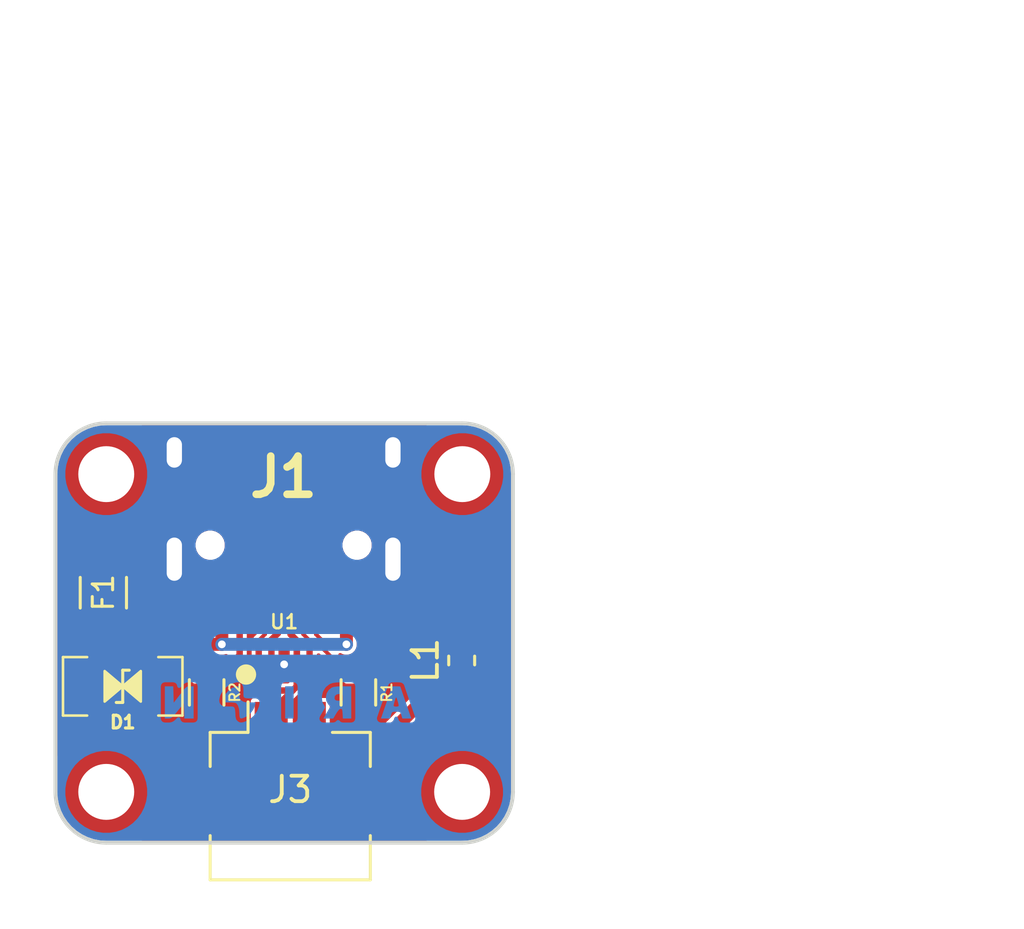
<source format=kicad_pcb>
(kicad_pcb (version 20241229) (generator "pcbnew") (generator_version "9.0")
  (title_block (title "Unified Daughterboard") (date "2020-03-22") (rev "C3") (company "Designed by the keyboard community"))
  (layers (0 "F.Cu" signal) (2 "B.Cu" signal) (13 "F.Paste" user) (15 "B.Paste" user) (5 "F.SilkS" user "F.Silkscreen") (7 "B.SilkS" user "B.Silkscreen") (1 "F.Mask" user) (3 "B.Mask" user) (25 "Edge.Cuts" user))
  (net 0 "")
  (net 1 "GND")
  (net 2 "VCC")
  (net 3 "GNDPWR")
  (net 6 "DA+")
  (net 7 "Net-(J1-CC1)")
  (net 8 "Net-(J1-CC2)")
  (net 9 "DA-")
  (net 10 "VBUS")
  (footprint "Fuse:Fuse_1206_3216Metric" (layer "F.Cu") (at 67.8905 63.207 -90)
    (property "Reference" "F1" (hide yes))
    (property "Value" "ASMD1206-150")
    (fp_line (start -0.602064 0.91) (end 0.602064 0.91) (stroke (width 0.12)) (layer "F.SilkS"))
    (fp_line (start -0.602064 -0.91) (end 0.602064 -0.91) (stroke (width 0.12)) (layer "F.SilkS"))
    (fp_text user "${REFERENCE}" (at 0 0 90) (layer "F.SilkS") (effects (font (size 0.8 0.8) (thickness 0.12))))
    (pad "1" smd roundrect (at -1.4 0 270) (size 1.25 1.75) (layers "F.Cu" "F.Mask" "F.Paste") (roundrect_rratio 0.2) (net 10 "VBUS"))
    (pad "2" smd roundrect (at 1.4 0 270) (size 1.25 1.75) (layers "F.Cu" "F.Mask" "F.Paste") (roundrect_rratio 0.2) (net 2 "VCC"))
  )
  (footprint "LOGO" (layer "F.Cu") (at 75.075834 67.506312)
    (property "Reference" "G***" (hide yes))
    (property "Value" "LOGO" (hide yes))
    (fp_poly (pts (xy 0.3 0.016688) (xy 0.3 0.650853) (xy 0.133333 0.650853) (xy -0.033334 0.650853) (xy -0.033334 0.016688) (xy -0.033334 -0.617478) (xy 0.133333 -0.617478) (xy 0.3 -0.617478)) (fill yes) (layer "B.Cu"))
    (fp_poly (pts (xy -4.426208 -0.294694) (xy -4.416667 0.02809) (xy -4.167453 -0.294694) (xy -4.062343 -0.42981) (xy -3.987203 -0.520726) (xy -3.931411 -0.576197) (xy -3.884344 -0.604976) (xy -3.83538 -0.615819) (xy -3.775787 -0.617478) (xy -3.633334 -0.617478) (xy -3.633334 0.016688) (xy -3.633334 0.650853) (xy -3.815416 0.650853) (xy -3.997499 0.650853) (xy -4.007083 0.351181) (xy -4.016667 0.05151) (xy -4.260078 0.351181) (xy -4.366041 0.480098) (xy -4.441804 0.565547) (xy -4.498507 0.616432) (xy -4.54729 0.641654) (xy -4.599294 0.650116) (xy -4.635078 0.650853) (xy -4.766667 0.650853) (xy -4.766667 0.016688) (xy -4.766667 -0.617478) (xy -4.601208 -0.617478) (xy -4.435748 -0.617478)) (fill yes) (layer "B.Cu"))
    (fp_poly (pts (xy 2.566666 0.016688) (xy 2.566666 0.650853) (xy 2.401663 0.650853) (xy 2.23666 0.650853) (xy 2.226663 0.458935) (xy 2.217841 0.349209) (xy 2.202053 0.291008) (xy 2.173348 0.26911) (xy 2.151642 0.267016) (xy 2.091489 0.297717) (xy 2.015753 0.390752) (xy 1.972903 0.458935) (xy 1.859189 0.650853) (xy 1.665482 0.650853) (xy 1.471775 0.650853) (xy 1.606315 0.418163) (xy 1.740856 0.185474) (xy 1.653761 0.081831) (xy 1.58437 -0.048308) (xy 1.573747 -0.144259) (xy 1.91002 -0.144259) (xy 1.917066 -0.11556) (xy 1.945308 -0.072881) (xy 2.006528 -0.053582) (xy 2.085579 -0.050066) (xy 2.233333 -0.050066) (xy 2.233333 -0.183575) (xy 2.230105 -0.269031) (xy 2.207703 -0.307004) (xy 2.147051 -0.316763) (xy 2.101172 -0.317084) (xy 1.988051 -0.295225) (xy 1.921907 -0.23496) (xy 1.91002 -0.144259) (xy 1.573747 -0.144259) (xy 1.568051 -0.195713) (xy 1.600945 -0.342916) (xy 1.679191 -0.472451) (xy 1.79687 -0.565792) (xy 1.882371 -0.594237) (xy 2.01174 -0.611018) (xy 2.19522 -0.617352) (xy 2.231678 -0.617478) (xy 2.566666 -0.617478)) (fill yes) (layer "B.Cu"))
    (fp_poly (pts (xy -1.868888 -0.612792) (xy -1.847112 -0.589378) (xy -1.836693 -0.533198) (xy -1.833507 -0.430216) (xy -1.833334 -0.369572) (xy -1.831319 -0.239582) (xy -1.821845 -0.157731) (xy -1.799767 -0.105442) (xy -1.759939 -0.064142) (xy -1.745505 -0.052489) (xy -1.679107 -0.012749) (xy -1.593942 0.008699) (xy -1.469106 0.016385) (xy -1.42619 0.016688) (xy -1.194703 0.016688) (xy -1.216462 0.125163) (xy -1.27761 0.285019) (xy -1.386017 0.434967) (xy -1.523627 0.551721) (xy -1.565843 0.575755) (xy -1.690765 0.633825) (xy -1.769619 0.651411) (xy -1.812744 0.623612) (xy -1.830477 0.545526) (xy -1.833334 0.448933) (xy -1.847801 0.278672) (xy -1.888303 0.144358) (xy -1.950489 0.057808) (xy -1.984827 0.037421) (xy -2.045272 0.026531) (xy -2.148324 0.019022) (xy -2.252727 0.016688) (xy -2.368197 0.015457) (xy -2.432192 0.007336) (xy -2.459904 -0.014323) (xy -2.466522 -0.056166) (xy -2.466667 -0.076909) (xy -2.439312 -0.197114) (xy -2.36699 -0.327115) (xy -2.264313 -0.446759) (xy -2.145895 -0.535892) (xy -2.12659 -0.545914) (xy -2.023895 -0.588659) (xy -1.934409 -0.614244) (xy -1.906143 -0.617478)) (fill yes) (layer "B.Cu"))
    (fp_poly (pts (xy 4.428441 -0.6152) (xy 4.488783 -0.609377) (xy 4.5 -0.604826) (xy 4.510433 -0.570886) (xy 4.539519 -0.48368) (xy 4.58394 -0.352969) (xy 4.640375 -0.188511) (xy 4.705505 -0.000066) (xy 4.715705 0.02934) (xy 4.931411 0.650853) (xy 4.754315 0.650853) (xy 4.577219 0.650853) (xy 4.537271 0.517345) (xy 4.510247 0.437802) (xy 4.477205 0.398484) (xy 4.416493 0.385218) (xy 4.333333 0.383836) (xy 4.234843 0.386461) (xy 4.181366 0.403783) (xy 4.151249 0.449979) (xy 4.129395 0.517345) (xy 4.089447 0.650853) (xy 3.912114 0.650853) (xy 3.734782 0.650853) (xy 3.908046 0.150675) (xy 4.233333 0.150675) (xy 4.262301 0.173775) (xy 4.332095 0.183571) (xy 4.333333 0.183573) (xy 4.403548 0.174044) (xy 4.433325 0.151083) (xy 4.433333 0.150675) (xy 4.424744 0.091115) (xy 4.403561 0.004925) (xy 4.376662 -0.084909) (xy 4.350922 -0.155403) (xy 4.333333 -0.183575) (xy 4.315514 -0.154866) (xy 4.289728 -0.084064) (xy 4.262851 0.005848) (xy 4.241761 0.091884) (xy 4.233333 0.150675) (xy 3.908046 0.150675) (xy 3.950724 0.027473) (xy 4.016827 -0.163872) (xy 4.074752 -0.332539) (xy 4.121193 -0.468819) (xy 4.152844 -0.563002) (xy 4.166398 -0.605378) (xy 4.166666 -0.606692) (xy 4.19667 -0.612847) (xy 4.273379 -0.616752) (xy 4.333333 -0.617478)) (fill yes) (layer "B.Cu"))
  )
  (footprint "random-keyboard-parts:Generic-Mounthole" (layer "F.Cu") (at 68.0045 58.543)
    (property "Reference" "MH1")
    (property "Value" "Mount-M2" (hide yes))
    (pad "" np_thru_hole circle (at 0 0) (size 3.500001 3.500001) (drill 2.2) (layers "F.Cu" "F.Mask") (clearance 0.508))
  )
  (footprint "random-keyboard-parts:Generic-Mounthole" (layer "F.Cu") (at 82.0045 71.043)
    (property "Reference" "MH4" (hide yes))
    (property "Value" "Mount-M2" (hide yes))
    (pad "" np_thru_hole circle (at 0 0) (size 3.500001 3.500001) (drill 2.2) (layers "F.Cu" "F.Mask") (clearance 0.508))
  )
  (footprint "random-keyboard-parts:Generic-Mounthole" (layer "F.Cu") (at 82.0125 58.543)
    (property "Reference" "MH1")
    (property "Value" "Mount-M2" (hide yes))
    (pad "" np_thru_hole circle (at 0 0) (size 3.500001 3.500001) (drill 2.2) (layers "F.Cu" "F.Mask") (clearance 0.508))
  )
  (footprint "acheron_Connectors:TYPE-C-31-M-12" (layer "F.Cu") (at 74.9825 63.388 180)
    (property "Reference" "J1" (hide yes))
    (property "Value" "J1")
    (pad "" np_thru_hole circle (at -2.89 2.051 180) (size 0.65 0.65) (drill 0.65) (layers "*.Cu" "*.Mask"))
    (pad "" np_thru_hole circle (at 2.89 2.051 180) (size 0.65 0.65) (drill 0.65) (layers "*.Cu" "*.Mask"))
    (pad "A1" smd roundrect (at -3.25 1.275 180) (size 0.6 1.45) (drill (offset 0 -0.55)) (layers "F.Cu" "F.Mask" "F.Paste") (net 3 "GNDPWR"))
    (pad "A4" smd roundrect (at -2.45 1.275 180) (size 0.6 1.45) (drill (offset 0 -0.55)) (layers "F.Cu" "F.Mask" "F.Paste") (net 10 "VBUS"))
    (pad "A5" smd roundrect (at -1.25 1.275 180) (size 0.3 1.45) (drill (offset 0 -0.55)) (layers "F.Cu" "F.Mask" "F.Paste") (net 7 "Net-(J1-CC1)"))
    (pad "A6" smd roundrect (at -0.254 1.275 180) (size 0.3 1.45) (drill (offset 0 -0.55)) (layers "F.Cu" "F.Mask" "F.Paste") (net 6 "DA+"))
    (pad "A7" smd roundrect (at 0.25 1.275 180) (size 0.3 1.45) (drill (offset 0 -0.55)) (layers "F.Cu" "F.Mask" "F.Paste") (net 9 "DA-"))
    (pad "A8" smd roundrect (at 1.25 1.275 180) (size 0.3 1.45) (drill (offset 0 -0.55)) (layers "F.Cu" "F.Mask" "F.Paste"))
    (pad "B1" smd roundrect (at 3.25 1.275 180) (size 0.6 1.45) (drill (offset 0 -0.55)) (layers "F.Cu" "F.Mask" "F.Paste") (net 3 "GNDPWR"))
    (pad "B4" smd roundrect (at 2.45 1.275 180) (size 0.6 1.45) (drill (offset 0 -0.55)) (layers "F.Cu" "F.Mask" "F.Paste") (net 10 "VBUS"))
    (pad "B5" smd roundrect (at 1.75 1.275 180) (size 0.3 1.45) (drill (offset 0 -0.55)) (layers "F.Cu" "F.Mask" "F.Paste") (net 8 "Net-(J1-CC2)"))
    (pad "B6" smd roundrect (at 0.75 1.275 180) (size 0.3 1.45) (drill (offset 0 -0.55)) (layers "F.Cu" "F.Mask" "F.Paste") (net 6 "DA+"))
    (pad "B7" smd roundrect (at -0.75 1.275 180) (size 0.3 1.45) (drill (offset 0 -0.55)) (layers "F.Cu" "F.Mask" "F.Paste") (net 9 "DA-"))
    (pad "B8" smd roundrect (at -1.75 1.275 180) (size 0.3 1.45) (drill (offset 0 -0.55)) (layers "F.Cu" "F.Mask" "F.Paste"))
    (pad "S" thru_hole oval (at -4.3 1.5 180) (size 1.1 2.2) (drill oval 0.6 1.7) (layers "*.Cu" "*.Mask") (net 3 "GNDPWR"))
    (pad "S" thru_hole oval (at -4.3 5.7 180) (size 1.3 1.9) (drill oval 0.6 1.2) (layers "*.Cu" "*.Mask") (net 3 "GNDPWR"))
    (pad "S" thru_hole oval (at 4.3 1.5 180) (size 1.1 2.2) (drill oval 0.6 1.7) (layers "*.Cu" "*.Mask") (net 3 "GNDPWR"))
    (pad "S" thru_hole oval (at 4.3 5.7 180) (size 1.3 1.9) (drill oval 0.6 1.2) (layers "*.Cu" "*.Mask") (net 3 "GNDPWR"))
  )
  (footprint "Resistors_SMD:R_0603" (layer "F.Cu") (at 71.9545 67.129 -90)
    (property "Reference" "R2" (hide yes))
    (property "Value" "5.1k")
    (fp_line (start 0.5 0.68) (end -0.5 0.68) (stroke (width 0.12)) (layer "F.SilkS"))
    (fp_line (start -0.5 -0.68) (end 0.5 -0.68) (stroke (width 0.12)) (layer "F.SilkS"))
    (fp_text user "${REFERENCE}" (at 0 -1.108 270) (layer "F.SilkS") (effects (font (size 0.4 0.4) (thickness 0.075))))
    (pad "1" smd rect (at -0.75 0 270) (size 0.5 0.9) (layers "F.Cu" "F.Mask" "F.Paste") (net 8 "Net-(J1-CC2)"))
    (pad "2" smd rect (at 0.75 0 270) (size 0.5 0.9) (layers "F.Cu" "F.Mask" "F.Paste") (net 3 "GNDPWR"))
  )
  (footprint "LOGO" (layer "F.Cu") (at 75.0425 67.523)
    (property "Reference" "G***" (hide yes))
    (property "Value" "LOGO" (hide yes))
  )
  (footprint "acheron_Components:D_SOD-123_Bidirectional" (layer "F.Cu") (at 68.6525 66.89 180)
    (property "Reference" "D1" (hide yes))
    (property "Value" "SMF9.0CA")
    (fp_line (start 2.35 1.15) (end 1.4 1.15) (stroke (width 0.1016)) (layer "F.SilkS"))
    (fp_line (start 2.35 -1.15) (end 2.35 1.15) (stroke (width 0.1016)) (layer "F.SilkS"))
    (fp_line (start 2.35 -1.15) (end 1.4 -1.15) (stroke (width 0.1016)) (layer "F.SilkS"))
    (fp_line (start 0 0.635) (end 0 -0.635) (stroke (width 0.12)) (layer "F.SilkS"))
    (fp_line (start 0 0.635) (end -0.254 0.635) (stroke (width 0.12)) (layer "F.SilkS"))
    (fp_line (start 0 -0.635) (end 0.254 -0.635) (stroke (width 0.12)) (layer "F.SilkS"))
    (fp_line (start -2.35 1.15) (end -1.4 1.15) (stroke (width 0.1016)) (layer "F.SilkS"))
    (fp_line (start -2.35 1.15) (end -2.35 -1.15) (stroke (width 0.1016)) (layer "F.SilkS"))
    (fp_line (start -2.35 -1.15) (end -1.4 -1.15) (stroke (width 0.1016)) (layer "F.SilkS"))
    (fp_poly (pts (xy 0 0) (xy 0.711 -0.6) (xy 0.711 0.6)) (stroke (width 0.1)) (fill yes) (layer "F.SilkS"))
    (fp_poly (pts (xy 0 0) (xy -0.711 0.6) (xy -0.711 -0.6)) (stroke (width 0.1)) (fill yes) (layer "F.SilkS"))
    (fp_text user "${REFERENCE}" (at 0 -1.413 0) (layer "F.SilkS") (effects (font (size 0.5 0.5) (thickness 0.125))))
    (pad "1" smd roundrect (at -1.65 0 180) (size 1 1.2) (layers "F.Cu" "F.Mask" "F.Paste") (net 3 "GNDPWR"))
    (pad "2" smd roundrect (at 1.65 0 180) (size 1 1.2) (layers "F.Cu" "F.Mask" "F.Paste") (net 2 "VCC"))
  )
  (footprint "Inductor_SMD:L_0603_1608Metric_Pad1.05x0.95mm_HandSolder" (layer "F.Cu") (at 81.9875 65.874 90)
    (property "Reference" "L1" (at 0 -1.43 90) (layer "F.SilkS"))
    (property "Value" "60R@100MHz")
    (fp_line (start -0.171267 -0.51) (end 0.171267 -0.51) (stroke (width 0.12)) (layer "F.SilkS"))
    (fp_line (start -0.171267 0.51) (end 0.171267 0.51) (stroke (width 0.12)) (layer "F.SilkS"))
    (pad "1" smd roundrect (at -0.875 0 90) (size 1.05 0.95) (layers "F.Cu" "F.Mask" "F.Paste") (net 1 "GND"))
    (pad "2" smd roundrect (at 0.875 0 90) (size 1.05 0.95) (layers "F.Cu" "F.Mask" "F.Paste") (net 3 "GNDPWR"))
  )
  (footprint "acheron_Components:USON-10_2.5x1.0mm_P0.5mm" (layer "F.Cu") (at 75.0025 66.0264 90)
    (property "Reference" "U1" (hide yes))
    (property "Value" "TPD4E05U06DQAR")
    (fp_circle (center -0.4 -1.5) (end -0.4 -1.5) (stroke (width 0.4)) (fill no) (layer "F.SilkS"))
    (fp_text user "${REFERENCE}" (at 1.6734 0 180) (layer "F.SilkS") (effects (font (size 0.55 0.55) (thickness 0.1))))
    (pad "1" smd roundrect (at -0.385 -1) (size 0.25 0.55) (layers "F.Cu" "F.Mask" "F.Paste") (roundrect_rratio 0.5) (net 6 "DA+"))
    (pad "2" smd rect (at -0.385 -0.5) (size 0.25 0.55) (layers "F.Cu" "F.Mask" "F.Paste") (net 9 "DA-"))
    (pad "3" smd rect (at -0.385 0) (size 0.3 0.55) (layers "F.Cu" "F.Mask" "F.Paste") (net 3 "GNDPWR"))
    (pad "4" smd rect (at -0.385 0.5) (size 0.25 0.55) (layers "F.Cu" "F.Mask" "F.Paste") (net 6 "DA+"))
    (pad "5" smd rect (at -0.385 1) (size 0.25 0.55) (layers "F.Cu" "F.Mask" "F.Paste") (net 9 "DA-"))
    (pad "6" smd rect (at 0.385 1) (size 0.25 0.55) (layers "F.Cu" "F.Mask" "F.Paste") (net 9 "DA-"))
    (pad "7" smd rect (at 0.385 0.5) (size 0.25 0.55) (layers "F.Cu" "F.Mask" "F.Paste") (net 6 "DA+"))
    (pad "8" smd rect (at 0.385 0) (size 0.3 0.55) (layers "F.Cu" "F.Mask" "F.Paste") (net 3 "GNDPWR"))
    (pad "9" smd rect (at 0.385 -0.5) (size 0.25 0.55) (layers "F.Cu" "F.Mask" "F.Paste") (net 9 "DA-"))
    (pad "10" smd rect (at 0.385 -1) (size 0.25 0.55) (layers "F.Cu" "F.Mask" "F.Paste") (net 6 "DA+"))
  )
  (footprint "Resistors_SMD:R_0603" (layer "F.Cu") (at 77.9235 67.129 -90)
    (property "Reference" "R1" (hide yes))
    (property "Value" "5.1k")
    (fp_line (start 0.5 0.68) (end -0.5 0.68) (stroke (width 0.12)) (layer "F.SilkS"))
    (fp_line (start -0.5 -0.68) (end 0.5 -0.68) (stroke (width 0.12)) (layer "F.SilkS"))
    (fp_text user "${REFERENCE}" (at 0 -1.119 270) (layer "F.SilkS") (effects (font (size 0.4 0.4) (thickness 0.075))))
    (pad "1" smd rect (at -0.75 0 270) (size 0.5 0.9) (layers "F.Cu" "F.Mask" "F.Paste") (net 7 "Net-(J1-CC1)"))
    (pad "2" smd rect (at 0.75 0 270) (size 0.5 0.9) (layers "F.Cu" "F.Mask" "F.Paste") (net 3 "GNDPWR"))
  )
  (footprint "random-keyboard-parts:Generic-Mounthole" (layer "F.Cu") (at 68.0045 71.043)
    (property "Reference" "MH3" (hide yes))
    (property "Value" "Mount-M2" (hide yes))
    (pad "" np_thru_hole circle (at 0 0) (size 3.500001 3.500001) (drill 2.2) (layers "F.Cu" "F.Mask") (clearance 0.508))
  )
  (footprint "Connector_FFC-FPC:Hirose_FH12-6S-0.5SH_1x06-1MP_P0.50mm_Horizontal" (layer "F.Cu") (at 75.2425 70.003)
    (property "Reference" "J3" (hide yes))
    (property "Value" "Conn_01x06_Pin")
    (fp_line (start -3.15 -1.3) (end -3.15 0.04) (stroke (width 0.12)) (layer "F.SilkS"))
    (fp_line (start -3.15 2.76) (end -3.15 4.5) (stroke (width 0.12)) (layer "F.SilkS"))
    (fp_line (start -3.15 4.5) (end 3.15 4.5) (stroke (width 0.12)) (layer "F.SilkS"))
    (fp_line (start -1.66 -1.3) (end -3.15 -1.3) (stroke (width 0.12)) (layer "F.SilkS"))
    (fp_line (start -1.66 -1.3) (end -1.66 -2.5) (stroke (width 0.12)) (layer "F.SilkS"))
    (fp_line (start 1.66 -1.3) (end 3.15 -1.3) (stroke (width 0.12)) (layer "F.SilkS"))
    (fp_line (start 3.15 -1.3) (end 3.15 0.04) (stroke (width 0.12)) (layer "F.SilkS"))
    (fp_line (start 3.15 4.5) (end 3.15 2.76) (stroke (width 0.12)) (layer "F.SilkS"))
    (fp_text user "${REFERENCE}" (at 0 0.95 0) (layer "F.SilkS"))
    (pad "1" smd rect (at -1.25 -1.85) (size 0.3 1.3) (layers "F.Cu" "F.Mask" "F.Paste"))
    (pad "2" smd rect (at -0.75 -1.85) (size 0.3 1.3) (layers "F.Cu" "F.Mask" "F.Paste") (net 2 "VCC"))
    (pad "3" smd rect (at -0.25 -1.85) (size 0.3 1.3) (layers "F.Cu" "F.Mask" "F.Paste") (net 6 "DA+"))
    (pad "4" smd rect (at 0.25 -1.85) (size 0.3 1.3) (layers "F.Cu" "F.Mask" "F.Paste") (net 9 "DA-"))
    (pad "5" smd rect (at 0.75 -1.85) (size 0.3 1.3) (layers "F.Cu" "F.Mask" "F.Paste") (net 1 "GND"))
    (pad "6" smd rect (at 1.25 -1.85) (size 0.3 1.3) (layers "F.Cu" "F.Mask" "F.Paste"))
    (pad "MP" smd rect (at -3.15 1.4) (size 1.8 2.2) (layers "F.Cu" "F.Mask" "F.Paste"))
    (pad "MP" smd rect (at 3.15 1.4) (size 1.8 2.2) (layers "F.Cu" "F.Mask" "F.Paste"))
  )
  (gr_line (start 68.0045 56.543) (end 82.0045 56.543) (stroke (width 0.15)) (layer "Edge.Cuts"))
  (gr_arc (start 66.0045 58.543) (mid 66.590286 57.128786) (end 68.0045 56.543) (stroke (width 0.15)) (layer "Edge.Cuts"))
  (gr_line (start 66.0045 71.043) (end 66.0045 58.543) (stroke (width 0.15)) (layer "Edge.Cuts"))
  (gr_line (start 82.0045 73.043) (end 68.0045 73.043) (stroke (width 0.15)) (layer "Edge.Cuts"))
  (gr_line (start 84.0045 58.543) (end 84.0045 71.043) (stroke (width 0.15)) (layer "Edge.Cuts"))
  (gr_arc (start 82.0045 56.543) (mid 83.418714 57.128786) (end 84.0045 58.543) (stroke (width 0.15)) (layer "Edge.Cuts"))
  (gr_arc (start 84.0045 71.043) (mid 83.418714 72.457214) (end 82.0045 73.043) (stroke (width 0.15)) (layer "Edge.Cuts"))
  (gr_arc (start 68.0045 73.043) (mid 66.590286 72.457214) (end 66.0045 71.043) (stroke (width 0.15)) (layer "Edge.Cuts"))
  (gr_text "J1" (at 73.4925 59.533 0) (layer "F.SilkS") (effects (font (size 1.5 1.5) (thickness 0.3) (bold yes)) (justify left bottom)))
  (segment (start 68.0045 71.043) (end 68.0045 70.95) (width 0.508) (layer "F.Cu") (net 0))
  (segment (start 78.4655 69.43) (end 81.1465 66.749) (width 0.508) (layer "F.Cu") (net 1))
  (segment (start 77.2885 69.43) (end 77.6525 69.43) (width 0.508) (layer "F.Cu") (net 1))
  (segment (start 75.9925 69.133) (end 76.2895 69.43) (width 0.254) (layer "F.Cu") (net 1))
  (segment (start 78.0125 69.43) (end 76.2895 69.43) (width 0.508) (layer "F.Cu") (net 1))
  (segment (start 77.6525 69.43) (end 78.4655 69.43) (width 0.508) (layer "F.Cu") (net 1))
  (segment (start 75.9925 68.153) (end 75.9925 69.133) (width 0.254) (layer "F.Cu") (net 1))
  (segment (start 76.2895 69.43) (end 76.1125 69.253) (width 0.508) (layer "F.Cu") (net 1))
  (segment (start 81.1465 66.749) (end 81.9875 66.749) (width 0.508) (layer "F.Cu") (net 1))
  (segment (start 77.6525 69.43) (end 78.0125 69.43) (width 0.508) (layer "F.Cu") (net 1))
  (segment (start 74.4925 68.153) (end 74.4925 68.943) (width 0.254) (layer "F.Cu") (net 2))
  (segment (start 67.1295 65.368) (end 67.8905 64.607) (width 0.508) (layer "F.Cu") (net 2))
  (segment (start 67.0025 65.495) (end 67.8905 64.607) (width 0.508) (layer "F.Cu") (net 2))
  (segment (start 67.0025 66.89) (end 67.0025 65.495) (width 0.508) (layer "F.Cu") (net 2))
  (segment (start 74.0225 69.413) (end 73.5025 69.413) (width 0.254) (layer "F.Cu") (net 2))
  (segment (start 67.0025 67.511) (end 67.707 68.2155) (width 0.508) (layer "F.Cu") (net 2))
  (segment (start 74.2325 69.203) (end 74.0225 69.413) (width 0.254) (layer "F.Cu") (net 2))
  (segment (start 70.4285 69.413) (end 74.0225 69.413) (width 0.508) (layer "F.Cu") (net 2))
  (segment (start 67.707 68.2155) (end 68.596 68.2155) (width 0.508) (layer "F.Cu") (net 2))
  (segment (start 67.0025 66.89) (end 67.0025 67.511) (width 0.508) (layer "F.Cu") (net 2))
  (segment (start 69.6505 68.635) (end 70.4285 69.413) (width 0.508) (layer "F.Cu") (net 2))
  (segment (start 69.231 68.2155) (end 69.6505 68.635) (width 0.508) (layer "F.Cu") (net 2))
  (segment (start 74.4925 68.943) (end 74.2325 69.203) (width 0.254) (layer "F.Cu") (net 2))
  (segment (start 68.596 68.2155) (end 69.231 68.2155) (width 0.508) (layer "F.Cu") (net 2))
  (segment (start 69.6505 68.635) (end 70.0645 69.049) (width 0.508) (layer "F.Cu") (net 2))
  (segment (start 68.074 68.2155) (end 68.596 68.2155) (width 0.508) (layer "F.Cu") (net 2))
  (via (at 75.0025 66.0264) (size 0.45) (drill 0.3048) (layers "F.Cu" "B.Cu") (net 3))
  (segment (start 74.9925 68.153) (end 74.9925 67.4) (width 0.254) (layer "F.Cu") (net 6))
  (segment (start 74.2525 62.133) (end 74.2325 62.113) (width 0.1524) (layer "F.Cu") (net 6))
  (segment (start 75.5025 65.088828) (end 75.2565 64.842828) (width 0.254) (layer "F.Cu") (net 6))
  (segment (start 75.5025 66.89) (end 75.5025 66.4114) (width 0.254) (layer "F.Cu") (net 6))
  (segment (start 74.0025 65.088828) (end 74.2525 64.838828) (width 0.1524) (layer "F.Cu") (net 6))
  (segment (start 74.2525 64.838828) (end 74.2525 62.133) (width 0.1524) (layer "F.Cu") (net 6))
  (segment (start 74.0025 66.4114) (end 74.0025 65.088828) (width 0.1524) (layer "F.Cu") (net 6))
  (segment (start 74.9925 67.4) (end 75.336 67.0565) (width 0.254) (layer "F.Cu") (net 6))
  (segment (start 74.356 67.0565) (end 75.336 67.0565) (width 0.254) (layer "F.Cu") (net 6))
  (segment (start 75.336 67.0565) (end 75.5025 66.89) (width 0.254) (layer "F.Cu") (net 6))
  (segment (start 75.2565 62.133) (end 75.2365 62.113) (width 0.254) (layer "F.Cu") (net 6))
  (segment (start 74.0025 66.4114) (end 74.0025 66.703) (width 0.254) (layer "F.Cu") (net 6))
  (segment (start 74.0025 66.703) (end 74.356 67.0565) (width 0.254) (layer "F.Cu") (net 6))
  (segment (start 75.5025 66.4114) (end 75.5025 65.088828) (width 0.1524) (layer "F.Cu") (net 6))
  (segment (start 75.5025 66.89) (end 75.5025 65.6414) (width 0.254) (layer "F.Cu") (net 6))
  (segment (start 75.5025 66.89) (end 75.5025 65.088828) (width 0.254) (layer "F.Cu") (net 6))
  (segment (start 75.2565 64.842828) (end 75.2565 62.133) (width 0.254) (layer "F.Cu") (net 6))
  (segment (start 77.2617 66.14) (end 76.5265 65.4048) (width 0.1524) (layer "F.Cu") (net 7))
  (segment (start 77.9235 66.14) (end 77.2617 66.14) (width 0.1524) (layer "F.Cu") (net 7))
  (segment (start 76.2525 62.133) (end 76.2325 62.113) (width 0.1524) (layer "F.Cu") (net 7))
  (segment (start 76.2525 64.840445) (end 76.2525 62.133) (width 0.1524) (layer "F.Cu") (net 7))
  (segment (start 76.5265 65.114445) (end 76.2525 64.840445) (width 0.1524) (layer "F.Cu") (net 7))
  (segment (start 76.5265 65.4048) (end 76.5265 65.114445) (width 0.1524) (layer "F.Cu") (net 7))
  (segment (start 73.2525 63.568) (end 73.2525 65.595) (width 0.1524) (layer "F.Cu") (net 8))
  (segment (start 73.2525 62.133) (end 73.2325 62.113) (width 0.254) (layer "F.Cu") (net 8))
  (segment (start 72.5775 66.379) (end 71.9545 66.379) (width 0.254) (layer "F.Cu") (net 8))
  (segment (start 73.2525 65.704) (end 72.5775 66.379) (width 0.254) (layer "F.Cu") (net 8))
  (segment (start 73.2525 64.033) (end 73.2525 62.133) (width 0.254) (layer "F.Cu") (net 8))
  (segment (start 73.2525 64.033) (end 73.2525 65.704) (width 0.254) (layer "F.Cu") (net 8))
  (segment (start 72.8345 66.013) (end 73.2525 65.595) (width 0.1524) (layer "F.Cu") (net 8))
  (segment (start 73.2525 63.568) (end 73.2525 64.033) (width 0.254) (layer "F.Cu") (net 8))
  (segment (start 75.7525 64.838828) (end 75.7525 62.133) (width 0.1524) (layer "F.Cu") (net 9))
  (segment (start 75.7325 62.113) (end 75.7325 61.383) (width 0.254) (layer "F.Cu") (net 9))
  (segment (start 74.7525 62.133) (end 74.7325 62.113) (width 0.254) (layer "F.Cu") (net 9))
  (segment (start 74.5025 66.4114) (end 74.5025 65.088828) (width 0.1524) (layer "F.Cu") (net 9))
  (segment (start 76.0025 66.928816) (end 75.4925 67.438816) (width 0.254) (layer "F.Cu") (net 9))
  (segment (start 74.9125 61.163) (end 74.7325 61.343) (width 0.254) (layer "F.Cu") (net 9))
  (segment (start 76.0025 65.088828) (end 75.7525 64.838828) (width 0.1524) (layer "F.Cu") (net 9))
  (segment (start 76.0025 66.4114) (end 76.0025 65.088828) (width 0.1524) (layer "F.Cu") (net 9))
  (segment (start 75.7325 61.383) (end 75.5125 61.163) (width 0.254) (layer "F.Cu") (net 9))
  (segment (start 75.4925 67.438816) (end 75.4925 68.153) (width 0.254) (layer "F.Cu") (net 9))
  (segment (start 75.7525 62.133) (end 75.7325 62.113) (width 0.1524) (layer "F.Cu") (net 9))
  (segment (start 76.0025 66.4114) (end 76.0025 66.928816) (width 0.254) (layer "F.Cu") (net 9))
  (segment (start 74.7525 64.807432) (end 74.7525 62.133) (width 0.254) (layer "F.Cu") (net 9))
  (segment (start 74.5025 65.088828) (end 74.5025 65.057432) (width 0.254) (layer "F.Cu") (net 9))
  (segment (start 74.7325 61.343) (end 74.7325 62.113) (width 0.254) (layer "F.Cu") (net 9))
  (segment (start 74.5025 65.057432) (end 74.7525 64.807432) (width 0.254) (layer "F.Cu") (net 9))
  (segment (start 75.5125 61.163) (end 74.9125 61.163) (width 0.254) (layer "F.Cu") (net 9))
  (segment (start 67.8905 61.807) (end 69.12448 61.807) (width 0.508) (layer "F.Cu") (net 10))
  (segment (start 72.5525 65.239) (end 72.5525 62.133) (width 0.508) (layer "F.Cu") (net 10))
  (segment (start 69.12448 61.807) (end 69.3925 62.07502) (width 0.508) (layer "F.Cu") (net 10))
  (segment (start 77.4525 63.568) (end 77.4525 64.89548) (width 0.508) (layer "F.Cu") (net 10))
  (segment (start 69.3925 63.263) (end 71.3685 65.239) (width 0.508) (layer "F.Cu") (net 10))
  (segment (start 69.3925 62.07502) (end 69.3925 63.263) (width 0.508) (layer "F.Cu") (net 10))
  (segment (start 71.3685 65.239) (end 72.5525 65.239) (width 0.508) (layer "F.Cu") (net 10))
  (segment (start 72.5525 62.133) (end 72.5325 62.113) (width 0.508) (layer "F.Cu") (net 10))
  (segment (start 77.4525 64.89548) (end 77.4525 65.239) (width 0.508) (layer "F.Cu") (net 10))
  (via (at 77.4525 65.239) (size 0.508) (drill 0.3048) (layers "F.Cu" "B.Cu") (net 10))
  (via (at 72.5525 65.239) (size 0.508) (drill 0.3048) (layers "F.Cu" "B.Cu") (net 10))
  (segment (start 72.5525 65.239) (end 77.4525 65.239) (width 0.508) (layer "B.Cu") (net 10))
  (zone (net 3) (net_name "GNDPWR") (layer "F.Cu") (connect_pads yes (clearance 0.1524)) (min_thickness 0.1524) (fill yes (thermal_gap 0.508) (thermal_bridge_width 0.508))
    (polygon (pts (xy 85.4145 74.398) (xy 63.8245 74.398) (xy 63.8245 55.348) (xy 85.4145 55.348)))
  )
  (zone (net 3) (net_name "GNDPWR") (layer "B.Cu") (connect_pads yes (clearance 0.1524)) (min_thickness 0.1524) (fill yes (thermal_gap 0.508) (thermal_bridge_width 0.508))
    (polygon (pts (xy 85.4145 74.398) (xy 63.8245 74.398) (xy 63.8245 55.348) (xy 85.4145 55.348)))
  )
)
</source>
